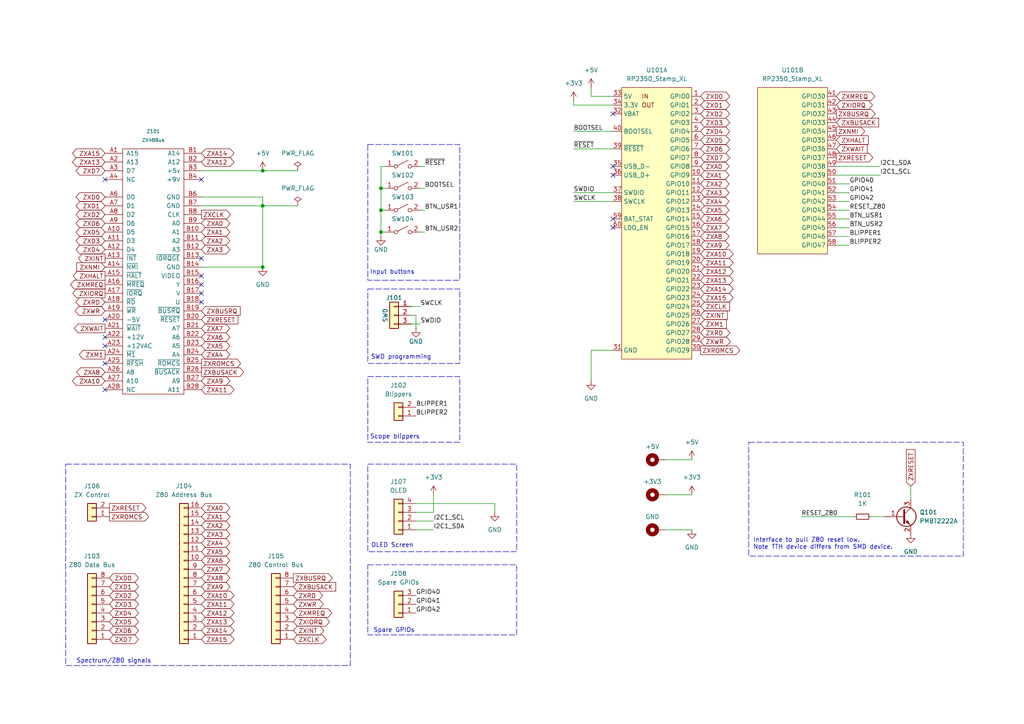
<source format=kicad_sch>
(kicad_sch (version 20231120) (generator "eeschema") (generator_version "8.0")
  (paper "A4")
  (title_block (title "RP2350B Spectrum DMA Interface") (date "2024-11-23"))
  (lib_symbols
    (symbol "Connector_Generic:Conn_01x02" (pin_names (offset 1.016) hide)
      (property "Reference" "J" (at 0 2.54 0))
      (property "Value" "Conn_01x02" (at 0 -5.08 0))
      (symbol "Conn_01x02_1_1"
        (rectangle (start -1.27 -2.413) (end 0 -2.667) (stroke (width 0.1524)))
        (rectangle (start -1.27 0.127) (end 0 -0.127) (stroke (width 0.1524)))
        (rectangle (start -1.27 1.27) (end 1.27 -3.81) (stroke (width 0.254)) (fill (type background)))
        (pin passive line (at -5.08 0 0) (length 3.81) (name "Pin_1") (number "1"))
        (pin passive line (at -5.08 -2.54 0) (length 3.81) (name "Pin_2") (number "2"))
      )
    )
    (symbol "Connector_Generic:Conn_01x03" (pin_names (offset 1.016) hide)
      (property "Reference" "J" (at 0 5.08 0))
      (property "Value" "Conn_01x03" (at 0 -5.08 0))
      (symbol "Conn_01x03_1_1"
        (rectangle (start -1.27 -2.413) (end 0 -2.667) (stroke (width 0.1524)))
        (rectangle (start -1.27 0.127) (end 0 -0.127) (stroke (width 0.1524)))
        (rectangle (start -1.27 2.667) (end 0 2.413) (stroke (width 0.1524)))
        (rectangle (start -1.27 3.81) (end 1.27 -3.81) (stroke (width 0.254)) (fill (type background)))
        (pin passive line (at -5.08 2.54 0) (length 3.81) (name "Pin_1") (number "1"))
        (pin passive line (at -5.08 0 0) (length 3.81) (name "Pin_2") (number "2"))
        (pin passive line (at -5.08 -2.54 0) (length 3.81) (name "Pin_3") (number "3"))
      )
    )
    (symbol "Connector_Generic:Conn_01x04" (pin_names (offset 1.016) hide)
      (property "Reference" "J" (at 0 5.08 0))
      (property "Value" "Conn_01x04" (at 0 -7.62 0))
      (symbol "Conn_01x04_1_1"
        (rectangle (start -1.27 -4.953) (end 0 -5.207) (stroke (width 0.1524)))
        (rectangle (start -1.27 -2.413) (end 0 -2.667) (stroke (width 0.1524)))
        (rectangle (start -1.27 0.127) (end 0 -0.127) (stroke (width 0.1524)))
        (rectangle (start -1.27 2.667) (end 0 2.413) (stroke (width 0.1524)))
        (rectangle (start -1.27 3.81) (end 1.27 -6.35) (stroke (width 0.254)) (fill (type background)))
        (pin passive line (at -5.08 2.54 0) (length 3.81) (name "Pin_1") (number "1"))
        (pin passive line (at -5.08 0 0) (length 3.81) (name "Pin_2") (number "2"))
        (pin passive line (at -5.08 -2.54 0) (length 3.81) (name "Pin_3") (number "3"))
        (pin passive line (at -5.08 -5.08 0) (length 3.81) (name "Pin_4") (number "4"))
      )
    )
    (symbol "Connector_Generic:Conn_01x08" (pin_names (offset 1.016) hide)
      (property "Reference" "J" (at 0 10.16 0))
      (property "Value" "Conn_01x08" (at 0 -12.7 0))
      (symbol "Conn_01x08_1_1"
        (rectangle (start -1.27 -10.033) (end 0 -10.287) (stroke (width 0.1524)))
        (rectangle (start -1.27 -7.493) (end 0 -7.747) (stroke (width 0.1524)))
        (rectangle (start -1.27 -4.953) (end 0 -5.207) (stroke (width 0.1524)))
        (rectangle (start -1.27 -2.413) (end 0 -2.667) (stroke (width 0.1524)))
        (rectangle (start -1.27 0.127) (end 0 -0.127) (stroke (width 0.1524)))
        (rectangle (start -1.27 2.667) (end 0 2.413) (stroke (width 0.1524)))
        (rectangle (start -1.27 5.207) (end 0 4.953) (stroke (width 0.1524)))
        (rectangle (start -1.27 7.747) (end 0 7.493) (stroke (width 0.1524)))
        (rectangle (start -1.27 8.89) (end 1.27 -11.43) (stroke (width 0.254)) (fill (type background)))
        (pin passive line (at -5.08 7.62 0) (length 3.81) (name "Pin_1") (number "1"))
        (pin passive line (at -5.08 5.08 0) (length 3.81) (name "Pin_2") (number "2"))
        (pin passive line (at -5.08 2.54 0) (length 3.81) (name "Pin_3") (number "3"))
        (pin passive line (at -5.08 0 0) (length 3.81) (name "Pin_4") (number "4"))
        (pin passive line (at -5.08 -2.54 0) (length 3.81) (name "Pin_5") (number "5"))
        (pin passive line (at -5.08 -5.08 0) (length 3.81) (name "Pin_6") (number "6"))
        (pin passive line (at -5.08 -7.62 0) (length 3.81) (name "Pin_7") (number "7"))
        (pin passive line (at -5.08 -10.16 0) (length 3.81) (name "Pin_8") (number "8"))
      )
    )
    (symbol "Connector_Generic:Conn_01x16" (pin_names (offset 1.016) hide)
      (property "Reference" "J" (at 0 20.32 0))
      (property "Value" "Conn_01x16" (at 0 -22.86 0))
      (symbol "Conn_01x16_1_1"
        (rectangle (start -1.27 -20.193) (end 0 -20.447) (stroke (width 0.1524)))
        (rectangle (start -1.27 -17.653) (end 0 -17.907) (stroke (width 0.1524)))
        (rectangle (start -1.27 -15.113) (end 0 -15.367) (stroke (width 0.1524)))
        (rectangle (start -1.27 -12.573) (end 0 -12.827) (stroke (width 0.1524)))
        (rectangle (start -1.27 -10.033) (end 0 -10.287) (stroke (width 0.1524)))
        (rectangle (start -1.27 -7.493) (end 0 -7.747) (stroke (width 0.1524)))
        (rectangle (start -1.27 -4.953) (end 0 -5.207) (stroke (width 0.1524)))
        (rectangle (start -1.27 -2.413) (end 0 -2.667) (stroke (width 0.1524)))
        (rectangle (start -1.27 0.127) (end 0 -0.127) (stroke (width 0.1524)))
        (rectangle (start -1.27 2.667) (end 0 2.413) (stroke (width 0.1524)))
        (rectangle (start -1.27 5.207) (end 0 4.953) (stroke (width 0.1524)))
        (rectangle (start -1.27 7.747) (end 0 7.493) (stroke (width 0.1524)))
        (rectangle (start -1.27 10.287) (end 0 10.033) (stroke (width 0.1524)))
        (rectangle (start -1.27 12.827) (end 0 12.573) (stroke (width 0.1524)))
        (rectangle (start -1.27 15.367) (end 0 15.113) (stroke (width 0.1524)))
        (rectangle (start -1.27 17.907) (end 0 17.653) (stroke (width 0.1524)))
        (rectangle (start -1.27 19.05) (end 1.27 -21.59) (stroke (width 0.254)) (fill (type background)))
        (pin passive line (at -5.08 17.78 0) (length 3.81) (name "Pin_1") (number "1"))
        (pin passive line (at -5.08 -5.08 0) (length 3.81) (name "Pin_10") (number "10"))
        (pin passive line (at -5.08 -7.62 0) (length 3.81) (name "Pin_11") (number "11"))
        (pin passive line (at -5.08 -10.16 0) (length 3.81) (name "Pin_12") (number "12"))
        (pin passive line (at -5.08 -12.7 0) (length 3.81) (name "Pin_13") (number "13"))
        (pin passive line (at -5.08 -15.24 0) (length 3.81) (name "Pin_14") (number "14"))
        (pin passive line (at -5.08 -17.78 0) (length 3.81) (name "Pin_15") (number "15"))
        (pin passive line (at -5.08 -20.32 0) (length 3.81) (name "Pin_16") (number "16"))
        (pin passive line (at -5.08 15.24 0) (length 3.81) (name "Pin_2") (number "2"))
        (pin passive line (at -5.08 12.7 0) (length 3.81) (name "Pin_3") (number "3"))
        (pin passive line (at -5.08 10.16 0) (length 3.81) (name "Pin_4") (number "4"))
        (pin passive line (at -5.08 7.62 0) (length 3.81) (name "Pin_5") (number "5"))
        (pin passive line (at -5.08 5.08 0) (length 3.81) (name "Pin_6") (number "6"))
        (pin passive line (at -5.08 2.54 0) (length 3.81) (name "Pin_7") (number "7"))
        (pin passive line (at -5.08 0 0) (length 3.81) (name "Pin_8") (number "8"))
        (pin passive line (at -5.08 -2.54 0) (length 3.81) (name "Pin_9") (number "9"))
      )
    )
    (symbol "Device:R_Small" (pin_numbers hide) (pin_names (offset 0.254) hide)
      (property "Reference" "R" (at 0.762 0.508 0))
      (property "Value" "R_Small" (at 0.762 -1.016 0))
      (symbol "R_Small_0_1"
        (rectangle (start -0.762 1.778) (end 0.762 -1.778) (stroke (width 0.2032)))
      )
      (symbol "R_Small_1_1"
        (pin passive line (at 0 2.54 270) (length 0.762) (name "~") (number "1"))
        (pin passive line (at 0 -2.54 90) (length 0.762) (name "~") (number "2"))
      )
    )
    (symbol "Mechanical:MountingHole_Pad" (pin_numbers hide) (pin_names (offset 1.016) hide) (exclude_from_sim yes) (in_bom no)
      (property "Reference" "H" (at 0 6.35 0))
      (property "Value" "MountingHole_Pad" (at 0 4.445 0))
      (symbol "MountingHole_Pad_0_1"
        (circle (center 0 1.27) (radius 1.27) (stroke (width 1.27)))
      )
      (symbol "MountingHole_Pad_1_1"
        (pin input line (at 0 -2.54 90) (length 2.54) (name "1") (number "1"))
      )
    )
    (symbol "PWR_FLAG_1" (power) (pin_numbers hide) (pin_names (offset 0) hide)
      (property "Value" "PWR_FLAG" (at 0 3.81 0))
      (symbol "PWR_FLAG_1_0_0"
        (pin power_out line (at 0 0 90) (length 0) (name "~") (number "1"))
      )
      (symbol "PWR_FLAG_1_0_1"
        (polyline (pts (xy 0 0) (xy 0 1.27) (xy -1.016 1.905) (xy 0 2.54) (xy 1.016 1.905) (xy 0 1.27)))
      )
    )
    (symbol "Switch:SW_SPST" (pin_names (offset 0) hide)
      (property "Reference" "SW" (at 0 3.175 0))
      (property "Value" "SW_SPST" (at 0 -2.54 0))
      (symbol "SW_SPST_0_0"
        (circle (center -2.032 0) (radius 0.508))
        (polyline (pts (xy -1.524 0.254) (xy 1.524 1.778)))
        (circle (center 2.032 0) (radius 0.508))
      )
      (symbol "SW_SPST_1_1"
        (pin passive line (at -5.08 0 0) (length 2.54) (name "A") (number "1"))
        (pin passive line (at 5.08 0 180) (length 2.54) (name "B") (number "2"))
      )
    )
    (symbol "pmbt2222a:PMBT2222A" (pin_names (offset 0) hide)
      (property "Reference" "Q" (at 5.08 1.905 0))
      (property "Value" "PMBT2222A" (at 5.08 0 0))
      (symbol "PMBT2222A_0_1"
        (polyline (pts (xy 0 0) (xy 0.635 0)))
        (polyline (pts (xy 2.54 -2.54) (xy 0.635 -0.635)))
        (polyline (pts (xy 2.54 2.54) (xy 0.635 0.635)))
        (polyline (pts (xy 0.635 1.905) (xy 0.635 -1.905) (xy 0.635 -1.905)) (stroke (width 0.508)))
        (polyline (pts (xy 2.413 -2.413) (xy 1.905 -1.905) (xy 1.905 -1.905)))
        (polyline (pts (xy 1.143 -1.651) (xy 1.651 -1.143) (xy 2.159 -2.159) (xy 1.143 -1.651) (xy 1.143 -1.651)) (fill (type outline)))
        (circle (center 1.27 0) (radius 2.8194) (stroke (width 0.254)))
      )
      (symbol "PMBT2222A_1_1"
        (pin input line (at -5.08 0 0) (length 5.08) (name "B") (number "1"))
        (pin passive line (at 2.54 -5.08 90) (length 2.54) (name "E") (number "2"))
        (pin passive line (at 2.54 5.08 270) (length 2.54) (name "C") (number "3"))
      )
    )
    (symbol "power:+3V3" (power) (pin_numbers hide) (pin_names (offset 0) hide)
      (property "Value" "+3V3" (at 0 3.556 0))
      (symbol "+3V3_0_1"
        (polyline (pts (xy -0.762 1.27) (xy 0 2.54)))
        (polyline (pts (xy 0 0) (xy 0 2.54)))
        (polyline (pts (xy 0 2.54) (xy 0.762 1.27)))
      )
      (symbol "+3V3_1_1"
        (pin power_in line (at 0 0 90) (length 0) (name "~") (number "1"))
      )
    )
    (symbol "power:+5V" (power) (pin_numbers hide) (pin_names (offset 0) hide)
      (property "Value" "+5V" (at 0 3.556 0))
      (symbol "+5V_0_1"
        (polyline (pts (xy -0.762 1.27) (xy 0 2.54)))
        (polyline (pts (xy 0 0) (xy 0 2.54)))
        (polyline (pts (xy 0 2.54) (xy 0.762 1.27)))
      )
      (symbol "+5V_1_1"
        (pin power_in line (at 0 0 90) (length 0) (name "~") (number "1"))
      )
    )
    (symbol "power:GND" (power) (pin_numbers hide) (pin_names (offset 0) hide)
      (property "Value" "GND" (at 0 -3.81 0))
      (symbol "GND_0_1"
        (polyline (pts (xy 0 0) (xy 0 -1.27) (xy 1.27 -1.27) (xy 0 -2.54) (xy -1.27 -1.27) (xy 0 -1.27)))
      )
      (symbol "GND_1_1"
        (pin power_in line (at 0 0 270) (length 0) (name "~") (number "1"))
      )
    )
    (symbol "power:PWR_FLAG" (power) (pin_numbers hide) (pin_names (offset 0) hide)
      (property "Value" "PWR_FLAG" (at 0 3.81 0))
      (symbol "PWR_FLAG_0_0"
        (pin power_out line (at 0 0 90) (length 0) (name "~") (number "1"))
      )
      (symbol "PWR_FLAG_0_1"
        (polyline (pts (xy 0 0) (xy 0 1.27) (xy -1.016 1.905) (xy 0 2.54) (xy 1.016 1.905) (xy 0 1.27)))
      )
    )
    (symbol "rp2350:RP2350_Stamp_XL"
      (property "Reference" "U" (at 10.16 43.18 0))
      (property "Value" "RP2350_Stamp_XL" (at 0 -38.1 0))
      (symbol "RP2350_Stamp_XL_1_0"
        (text "IN" (at -4.445 39.37 0) (effects (font (size 1.27 1.27)) (justify left)))
        (text "OUT" (at -4.445 36.83 0) (effects (font (size 1.27 1.27)) (justify left)))
        (pin bidirectional line (at 12.7 39.37 180) (length 2.54) (name "GPIO0") (number "1"))
        (pin bidirectional line (at 12.7 16.51 180) (length 2.54) (name "GPIO9") (number "10"))
        (pin bidirectional line (at 12.7 13.97 180) (length 2.54) (name "GPIO10") (number "11"))
        (pin bidirectional line (at 12.7 11.43 180) (length 2.54) (name "GPIO11") (number "12"))
        (pin bidirectional line (at 12.7 8.89 180) (length 2.54) (name "GPIO12") (number "13"))
        (pin bidirectional line (at 12.7 6.35 180) (length 2.54) (name "GPIO13") (number "14"))
        (pin bidirectional line (at 12.7 3.81 180) (length 2.54) (name "GPIO14") (number "15"))
        (pin bidirectional line (at 12.7 1.27 180) (length 2.54) (name "GPIO15") (number "16"))
        (pin bidirectional line (at 12.7 -1.27 180) (length 2.54) (name "GPIO16") (number "17"))
        (pin bidirectional line (at 12.7 -3.81 180) (length 2.54) (name "GPIO17") (number "18"))
        (pin bidirectional line (at 12.7 -6.35 180) (length 2.54) (name "GPIO18") (number "19"))
        (pin bidirectional line (at 12.7 36.83 180) (length 2.54) (name "GPIO1") (number "2"))
        (pin bidirectional line (at 12.7 -8.89 180) (length 2.54) (name "GPIO19") (number "20"))
        (pin bidirectional line (at 12.7 -11.43 180) (length 2.54) (name "GPIO20") (number "21"))
        (pin bidirectional line (at 12.7 -13.97 180) (length 2.54) (name "GPIO21") (number "22"))
        (pin bidirectional line (at 12.7 -16.51 180) (length 2.54) (name "GPIO22") (number "23"))
        (pin bidirectional line (at 12.7 -19.05 180) (length 2.54) (name "GPIO23") (number "24"))
        (pin bidirectional line (at 12.7 -21.59 180) (length 2.54) (name "GPIO24") (number "25"))
        (pin bidirectional line (at 12.7 -24.13 180) (length 2.54) (name "GPIO25") (number "26"))
        (pin bidirectional line (at 12.7 -26.67 180) (length 2.54) (name "GPIO26") (number "27"))
        (pin bidirectional line (at 12.7 -29.21 180) (length 2.54) (name "GPIO27") (number "28"))
        (pin bidirectional line (at 12.7 -31.75 180) (length 2.54) (name "GPIO28") (number "29"))
        (pin bidirectional line (at 12.7 34.29 180) (length 2.54) (name "GPIO2") (number "3"))
        (pin bidirectional line (at 12.7 -34.29 180) (length 2.54) (name "GPIO29") (number "30"))
        (pin power_in line (at -12.7 -34.29 0) (length 2.54) (name "GND") (number "31"))
        (pin power_in line (at -12.7 34.29 0) (length 2.54) (name "VBAT") (number "32"))
        (pin power_in line (at -12.7 39.37 0) (length 2.54) (name "5V") (number "33"))
        (pin power_out line (at -12.7 36.83 0) (length 2.54) (name "3.3V") (number "34"))
        (pin bidirectional line (at -12.7 19.05 0) (length 2.54) (name "USB_D-") (number "35"))
        (pin bidirectional line (at -12.7 16.51 0) (length 2.54) (name "USB_D+") (number "36"))
        (pin bidirectional line (at -12.7 11.43 0) (length 2.54) (name "SWDIO") (number "37"))
        (pin input line (at -12.7 8.89 0) (length 2.54) (name "SWCLK") (number "38"))
        (pin bidirectional line (at -12.7 24.13 0) (length 2.54) (name "~{RESET}") (number "39"))
        (pin bidirectional line (at 12.7 31.75 180) (length 2.54) (name "GPIO3") (number "4"))
        (pin input line (at -12.7 29.21 0) (length 2.54) (name "BOOTSEL") (number "40"))
        (pin bidirectional line (at 12.7 29.21 180) (length 2.54) (name "GPIO4") (number "5"))
        (pin output line (at -12.7 3.81 0) (length 2.54) (name "BAT_STAT") (number "59"))
        (pin bidirectional line (at 12.7 26.67 180) (length 2.54) (name "GPIO5") (number "6"))
        (pin input line (at -12.7 1.27 0) (length 2.54) (name "LDO_EN") (number "60"))
        (pin bidirectional line (at 12.7 24.13 180) (length 2.54) (name "GPIO6") (number "7"))
        (pin bidirectional line (at 12.7 21.59 180) (length 2.54) (name "GPIO7") (number "8"))
        (pin bidirectional line (at 12.7 19.05 180) (length 2.54) (name "GPIO8") (number "9"))
      )
      (symbol "RP2350_Stamp_XL_1_1"
        (rectangle (start -10.16 41.91) (end 10.16 -36.83) (stroke (width 0.1524)) (fill (type background)))
      )
      (symbol "RP2350_Stamp_XL_2_0"
        (pin bidirectional line (at 12.7 24.13 180) (length 2.54) (name "GPIO30") (number "41"))
        (pin bidirectional line (at 12.7 21.59 180) (length 2.54) (name "GPIO31") (number "42"))
        (pin bidirectional line (at 12.7 19.05 180) (length 2.54) (name "GPIO32") (number "43"))
        (pin bidirectional line (at 12.7 16.51 180) (length 2.54) (name "GPIO33") (number "44"))
        (pin bidirectional line (at 12.7 13.97 180) (length 2.54) (name "GPIO34") (number "45"))
        (pin bidirectional line (at 12.7 11.43 180) (length 2.54) (name "GPIO35") (number "46"))
        (pin bidirectional line (at 12.7 8.89 180) (length 2.54) (name "GPIO36") (number "47"))
        (pin bidirectional line (at 12.7 6.35 180) (length 2.54) (name "GPIO37") (number "48"))
        (pin bidirectional line (at 12.7 3.81 180) (length 2.54) (name "GPIO38") (number "49"))
        (pin bidirectional line (at 12.7 1.27 180) (length 2.54) (name "GPIO39") (number "50"))
        (pin bidirectional line (at 12.7 -1.27 180) (length 2.54) (name "GPIO40") (number "51"))
        (pin bidirectional line (at 12.7 -3.81 180) (length 2.54) (name "GPIO41") (number "52"))
        (pin bidirectional line (at 12.7 -6.35 180) (length 2.54) (name "GPIO42") (number "53"))
        (pin bidirectional line (at 12.7 -8.89 180) (length 2.54) (name "GPIO43") (number "54"))
        (pin bidirectional line (at 12.7 -11.43 180) (length 2.54) (name "GPIO44") (number "55"))
        (pin bidirectional line (at 12.7 -13.97 180) (length 2.54) (name "GPIO45") (number "56"))
        (pin bidirectional line (at 12.7 -16.51 180) (length 2.54) (name "GPIO46") (number "57"))
        (pin bidirectional line (at 12.7 -19.05 180) (length 2.54) (name "GPIO47") (number "58"))
      )
      (symbol "RP2350_Stamp_XL_2_1"
        (rectangle (start -10.16 26.67) (end 10.16 -21.59) (stroke (width 0.1524)) (fill (type background)))
      )
    )
    (symbol "zxbus:ZX48Bus" (pin_names (offset 1.016))
      (property "Reference" "Z" (at 0 83.82 0))
      (property "Value" "ZX48Bus" (at 0 86.36 0))
      (symbol "ZX48Bus_0_0"
        (rectangle (start 0 82.55) (end 17.78 11.43))
      )
      (symbol "ZX48Bus_1_1"
        (pin input line (at -5.08 81.28 0) (length 5.08) (name "A15") (number "A1"))
        (pin input line (at -5.08 58.42 0) (length 5.08) (name "D5") (number "A10"))
        (pin input line (at -5.08 55.88 0) (length 5.08) (name "D3") (number "A11"))
        (pin input line (at -5.08 53.34 0) (length 5.08) (name "D4") (number "A12"))
        (pin input line (at -5.08 50.8 0) (length 5.08) (name "~{INT}") (number "A13"))
        (pin input line (at -5.08 48.26 0) (length 5.08) (name "~{NMI}") (number "A14"))
        (pin input line (at -5.08 45.72 0) (length 5.08) (name "~{HALT}") (number "A15"))
        (pin input line (at -5.08 43.18 0) (length 5.08) (name "~{MREQ}") (number "A16"))
        (pin input line (at -5.08 40.64 0) (length 5.08) (name "~{IORQ}") (number "A17"))
        (pin input line (at -5.08 38.1 0) (length 5.08) (name "~{RD}") (number "A18"))
        (pin input line (at -5.08 35.56 0) (length 5.08) (name "~{WR}") (number "A19"))
        (pin input line (at -5.08 78.74 0) (length 5.08) (name "A13") (number "A2"))
        (pin input line (at -5.08 33.02 0) (length 5.08) (name "-5V") (number "A20"))
        (pin input line (at -5.08 30.48 0) (length 5.08) (name "~{WAIT}") (number "A21"))
        (pin input line (at -5.08 27.94 0) (length 5.08) (name "+12V") (number "A22"))
        (pin input line (at -5.08 25.4 0) (length 5.08) (name "+12VAC") (number "A23"))
        (pin input line (at -5.08 22.86 0) (length 5.08) (name "~{M1}") (number "A24"))
        (pin input line (at -5.08 20.32 0) (length 5.08) (name "~{RFSH}") (number "A25"))
        (pin input line (at -5.08 17.78 0) (length 5.08) (name "A8") (number "A26"))
        (pin input line (at -5.08 15.24 0) (length 5.08) (name "A10") (number "A27"))
        (pin input line (at -5.08 12.7 0) (length 5.08) (name "NC") (number "A28"))
        (pin input line (at -5.08 76.2 0) (length 5.08) (name "D7") (number "A3"))
        (pin input line (at -5.08 73.66 0) (length 5.08) (name "NC") (number "A4"))
        (pin input line (at -5.08 68.58 0) (length 5.08) (name "D0") (number "A6"))
        (pin input line (at -5.08 66.04 0) (length 5.08) (name "D1") (number "A7"))
        (pin input line (at -5.08 63.5 0) (length 5.08) (name "D2") (number "A8"))
        (pin input line (at -5.08 60.96 0) (length 5.08) (name "D6") (number "A9"))
        (pin input line (at 22.86 81.28 180) (length 5.08) (name "A14") (number "B1"))
        (pin input line (at 22.86 58.42 180) (length 5.08) (name "A1") (number "B10"))
        (pin input line (at 22.86 55.88 180) (length 5.08) (name "A2") (number "B11"))
        (pin input line (at 22.86 53.34 180) (length 5.08) (name "A3") (number "B12"))
        (pin input line (at 22.86 50.8 180) (length 5.08) (name "~{IORQGE}") (number "B13"))
        (pin input line (at 22.86 48.26 180) (length 5.08) (name "GND") (number "B14"))
        (pin input line (at 22.86 45.72 180) (length 5.08) (name "VIDEO") (number "B15"))
        (pin input line (at 22.86 43.18 180) (length 5.08) (name "Y") (number "B16"))
        (pin input line (at 22.86 40.64 180) (length 5.08) (name "V") (number "B17"))
        (pin input line (at 22.86 38.1 180) (length 5.08) (name "U") (number "B18"))
        (pin input line (at 22.86 35.56 180) (length 5.08) (name "~{BUSRQ}") (number "B19"))
        (pin input line (at 22.86 78.74 180) (length 5.08) (name "A12") (number "B2"))
        (pin input line (at 22.86 33.02 180) (length 5.08) (name "~{RESET}") (number "B20"))
        (pin input line (at 22.86 30.48 180) (length 5.08) (name "A7") (number "B21"))
        (pin input line (at 22.86 27.94 180) (length 5.08) (name "A6") (number "B22"))
        (pin input line (at 22.86 25.4 180) (length 5.08) (name "A5") (number "B23"))
        (pin input line (at 22.86 22.86 180) (length 5.08) (name "A4") (number "B24"))
        (pin input line (at 22.86 20.32 180) (length 5.08) (name "~{ROMCS}") (number "B25"))
        (pin input line (at 22.86 17.78 180) (length 5.08) (name "~{BUSACK}") (number "B26"))
        (pin input line (at 22.86 15.24 180) (length 5.08) (name "A9") (number "B27"))
        (pin input line (at 22.86 12.7 180) (length 5.08) (name "A11") (number "B28"))
        (pin input line (at 22.86 76.2 180) (length 5.08) (name "+5v") (number "B3"))
        (pin input line (at 22.86 73.66 180) (length 5.08) (name "+9V") (number "B4"))
        (pin input line (at 22.86 68.58 180) (length 5.08) (name "GND") (number "B6"))
        (pin input line (at 22.86 66.04 180) (length 5.08) (name "GND") (number "B7"))
        (pin input line (at 22.86 63.5 180) (length 5.08) (name "CLK") (number "B8"))
        (pin input line (at 22.86 60.96 180) (length 5.08) (name "A0") (number "B9"))
      )
    )
  )
  (junction (at 76.2 77.47))
  (junction (at 76.2 59.69))
  (junction (at 110.49 54.61))
  (junction (at 110.49 67.31))
  (junction (at 110.49 60.96))
  (junction (at 76.2 49.53))
  (no_connect (at 58.42 52.07))
  (no_connect (at 58.42 74.93))
  (no_connect (at 177.8 63.5))
  (no_connect (at 58.42 87.63))
  (no_connect (at 58.42 80.01))
  (no_connect (at 30.48 92.71))
  (no_connect (at 30.48 105.41))
  (no_connect (at 30.48 97.79))
  (no_connect (at 177.8 50.8))
  (no_connect (at 177.8 33.02))
  (no_connect (at 58.42 85.09))
  (no_connect (at 30.48 113.03))
  (no_connect (at 177.8 48.26))
  (no_connect (at 58.42 82.55))
  (no_connect (at 177.8 66.04))
  (no_connect (at 30.48 100.33))
  (no_connect (at 30.48 52.07))
  (wire (pts (xy 121.92 60.96) (xy 123.19 60.96)))
  (wire (pts (xy 110.49 60.96) (xy 110.49 67.31)))
  (wire (pts (xy 242.57 58.42) (xy 246.38 58.42)))
  (wire (pts (xy 111.76 48.26) (xy 110.49 48.26)))
  (wire (pts (xy 125.73 148.59) (xy 120.65 148.59)))
  (wire (pts (xy 111.76 67.31) (xy 110.49 67.31)))
  (wire (pts (xy 242.57 68.58) (xy 246.38 68.58)))
  (wire (pts (xy 264.16 140.97) (xy 264.16 144.78)))
  (wire (pts (xy 76.2 57.15) (xy 76.2 59.69)))
  (wire (pts (xy 58.42 49.53) (xy 76.2 49.53)))
  (wire (pts (xy 110.49 48.26) (xy 110.49 54.61)))
  (wire (pts (xy 193.04 143.51) (xy 200.66 143.51)))
  (wire (pts (xy 119.38 91.44) (xy 120.65 91.44)))
  (wire (pts (xy 171.45 110.49) (xy 171.45 101.6)))
  (wire (pts (xy 242.57 55.88) (xy 246.38 55.88)))
  (wire (pts (xy 166.37 29.21) (xy 166.37 30.48)))
  (wire (pts (xy 242.57 48.26) (xy 255.27 48.26)))
  (wire (pts (xy 242.57 50.8) (xy 255.27 50.8)))
  (wire (pts (xy 110.49 68.58) (xy 110.49 67.31)))
  (wire (pts (xy 111.76 60.96) (xy 110.49 60.96)))
  (wire (pts (xy 76.2 59.69) (xy 76.2 77.47)))
  (wire (pts (xy 111.76 54.61) (xy 110.49 54.61)))
  (wire (pts (xy 242.57 71.12) (xy 246.38 71.12)))
  (wire (pts (xy 58.42 57.15) (xy 76.2 57.15)))
  (wire (pts (xy 121.92 67.31) (xy 123.19 67.31)))
  (wire (pts (xy 171.45 101.6) (xy 177.8 101.6)))
  (wire (pts (xy 166.37 38.1) (xy 177.8 38.1)))
  (wire (pts (xy 119.38 93.98) (xy 121.92 93.98)))
  (wire (pts (xy 252.73 149.86) (xy 256.54 149.86)))
  (wire (pts (xy 119.38 88.9) (xy 121.92 88.9)))
  (wire (pts (xy 120.65 146.05) (xy 143.51 146.05)))
  (wire (pts (xy 171.45 25.4) (xy 171.45 27.94)))
  (wire (pts (xy 120.65 153.67) (xy 125.73 153.67)))
  (wire (pts (xy 121.92 54.61) (xy 123.19 54.61)))
  (wire (pts (xy 171.45 27.94) (xy 177.8 27.94)))
  (wire (pts (xy 242.57 53.34) (xy 246.38 53.34)))
  (wire (pts (xy 125.73 143.51) (xy 125.73 148.59)))
  (wire (pts (xy 58.42 77.47) (xy 76.2 77.47)))
  (wire (pts (xy 232.41 149.86) (xy 247.65 149.86)))
  (wire (pts (xy 166.37 55.88) (xy 177.8 55.88)))
  (wire (pts (xy 121.92 48.26) (xy 123.19 48.26)))
  (wire (pts (xy 193.04 133.35) (xy 200.66 133.35)))
  (wire (pts (xy 58.42 59.69) (xy 76.2 59.69)))
  (wire (pts (xy 120.65 91.44) (xy 120.65 95.25)))
  (wire (pts (xy 166.37 58.42) (xy 177.8 58.42)))
  (wire (pts (xy 166.37 43.18) (xy 177.8 43.18)))
  (wire (pts (xy 143.51 146.05) (xy 143.51 148.59)))
  (wire (pts (xy 166.37 30.48) (xy 177.8 30.48)))
  (wire (pts (xy 242.57 63.5) (xy 246.38 63.5)))
  (wire (pts (xy 76.2 49.53) (xy 86.36 49.53)))
  (wire (pts (xy 242.57 60.96) (xy 246.38 60.96)))
  (wire (pts (xy 120.65 151.13) (xy 125.73 151.13)))
  (wire (pts (xy 76.2 59.69) (xy 86.36 59.69)))
  (wire (pts (xy 242.57 66.04) (xy 246.38 66.04)))
  (wire (pts (xy 110.49 54.61) (xy 110.49 60.96)))
  (wire (pts (xy 193.04 153.67) (xy 200.66 153.67)))
  (rectangle (start 106.68 134.62) (end 149.86 160.02) (stroke (width 0) (type dash)))
  (rectangle (start 106.68 109.22) (end 133.35 128.27) (stroke (width 0) (type dash)))
  (rectangle (start 106.68 41.91) (end 133.35 81.28) (stroke (width 0) (type dash)))
  (rectangle (start 19.05 134.62) (end 101.6 193.04) (stroke (width 0) (type dash)))
  (rectangle (start 106.68 83.82) (end 133.35 105.41) (stroke (width 0) (type dash)))
  (rectangle (start 106.68 163.83) (end 149.86 184.15) (stroke (width 0) (type dash)))
  (rectangle (start 217.17 128.27) (end 279.4 161.29) (stroke (width 0) (type dash)))
  (text "Input buttons" (at 113.792 78.994 0) (effects (font (size 1.27 1.27))))
  (text "Spare GPIOs" (at 114.3 182.88 0) (effects (font (size 1.27 1.27))))
  (text "Interface to pull Z80 reset low.\nNote TTH device differs from SMD device." (at 218.44 159.512 0) (effects (font (size 1.27 1.27)) (justify left bottom)))
  (text "Scope blippers" (at 114.554 126.746 0) (effects (font (size 1.27 1.27))))
  (text "OLED Screen" (at 113.792 158.242 0) (effects (font (size 1.27 1.27))))
  (text "SWD programming" (at 116.332 103.632 0) (effects (font (size 1.27 1.27))))
  (text "Spectrum/Z80 signals" (at 33.02 191.77 0) (effects (font (size 1.27 1.27))))
  (label "GPIO42" (at 246.38 58.42 0))
  (label "I2C1_SDA" (at 255.27 48.26 0))
  (label "BOOTSEL" (at 123.19 54.61 0))
  (label "~{RESET}" (at 166.37 43.18 0))
  (label "BLIPPER2" (at 246.38 71.12 0))
  (label "GPIO40" (at 120.65 172.72 0))
  (label "GPIO40" (at 246.38 53.34 0))
  (label "GPIO41" (at 120.65 175.26 0))
  (label "GPIO42" (at 120.65 177.8 0))
  (label "I2C1_SDA" (at 125.73 153.67 0))
  (label "SWCLK" (at 121.92 88.9 0))
  (label "BLIPPER1" (at 246.38 68.58 0))
  (label "BLIPPER1" (at 120.65 118.11 0))
  (label "BOOTSEL" (at 166.37 38.1 0))
  (label "RESET_Z80" (at 232.41 149.86 0))
  (label "RESET_Z80" (at 246.38 60.96 0))
  (label "GPIO41" (at 246.38 55.88 0))
  (label "SWDIO" (at 166.37 55.88 0))
  (label "I2C1_SCL" (at 255.27 50.8 0))
  (label "BLIPPER2" (at 120.65 120.65 0))
  (label "BTN_USR1" (at 123.19 60.96 0))
  (label "SWDIO" (at 121.92 93.98 0))
  (label "SWCLK" (at 166.37 58.42 0))
  (label "BTN_USR2" (at 246.38 66.04 0))
  (label "~{RESET}" (at 123.19 48.26 0))
  (label "BTN_USR2" (at 123.19 67.31 0))
  (label "BTN_USR1" (at 246.38 63.5 0))
  (label "I2C1_SCL" (at 125.73 151.13 0))
  (global_label "ZXA12" (shape bidirectional) (at 203.2 78.74 0) (property "Intersheetrefs" "${INTERSHEET_REFS}" (effects (hide yes))))
  (global_label "ZXIORQ" (shape bidirectional) (at 85.09 180.34 0) (property "Intersheetrefs" "${INTERSHEET_REFS}" (effects (hide yes))))
  (global_label "ZXBUSRQ" (shape output) (at 242.57 33.02 0) (property "Intersheetrefs" "${INTERSHEET_REFS}" (effects (hide yes))))
  (global_label "ZXBUSRQ" (shape output) (at 85.09 167.64 0) (property "Intersheetrefs" "${INTERSHEET_REFS}" (effects (hide yes))))
  (global_label "ZXINT" (shape output) (at 30.48 74.93 180) (property "Intersheetrefs" "${INTERSHEET_REFS}" (effects (hide yes))))
  (global_label "ZXBUSACK" (shape input) (at 85.09 170.18 0) (property "Intersheetrefs" "${INTERSHEET_REFS}" (effects (hide yes))))
  (global_label "ZXA13" (shape bidirectional) (at 203.2 81.28 0) (property "Intersheetrefs" "${INTERSHEET_REFS}" (effects (hide yes))))
  (global_label "ZXA9" (shape bidirectional) (at 203.2 71.12 0) (property "Intersheetrefs" "${INTERSHEET_REFS}" (effects (hide yes))))
  (global_label "ZXA5" (shape bidirectional) (at 58.42 160.02 0) (property "Intersheetrefs" "${INTERSHEET_REFS}" (effects (hide yes))))
  (global_label "ZXA10" (shape bidirectional) (at 203.2 73.66 0) (property "Intersheetrefs" "${INTERSHEET_REFS}" (effects (hide yes))))
  (global_label "ZXA12" (shape bidirectional) (at 58.42 46.99 0) (property "Intersheetrefs" "${INTERSHEET_REFS}" (effects (hide yes))))
  (global_label "ZXD0" (shape bidirectional) (at 203.2 27.94 0) (property "Intersheetrefs" "${INTERSHEET_REFS}" (effects (hide yes))))
  (global_label "ZXA3" (shape bidirectional) (at 203.2 55.88 0) (property "Intersheetrefs" "${INTERSHEET_REFS}" (effects (hide yes))))
  (global_label "ZXCLK" (shape bidirectional) (at 85.09 185.42 0) (property "Intersheetrefs" "${INTERSHEET_REFS}" (effects (hide yes))))
  (global_label "ZXNMI" (shape input) (at 30.48 77.47 180) (property "Intersheetrefs" "${INTERSHEET_REFS}" (effects (hide yes))))
  (global_label "ZXA4" (shape bidirectional) (at 58.42 157.48 0) (property "Intersheetrefs" "${INTERSHEET_REFS}" (effects (hide yes))))
  (global_label "ZXD5" (shape bidirectional) (at 30.48 67.31 180) (property "Intersheetrefs" "${INTERSHEET_REFS}" (effects (hide yes))))
  (global_label "ZXRESET" (shape input) (at 264.16 140.97 90) (property "Intersheetrefs" "${INTERSHEET_REFS}" (effects (hide yes))))
  (global_label "ZXRESET" (shape output) (at 242.57 45.72 0) (property "Intersheetrefs" "${INTERSHEET_REFS}" (effects (hide yes))))
  (global_label "ZXA4" (shape bidirectional) (at 58.42 102.87 0) (property "Intersheetrefs" "${INTERSHEET_REFS}" (effects (hide yes))))
  (global_label "ZXA9" (shape bidirectional) (at 58.42 110.49 0) (property "Intersheetrefs" "${INTERSHEET_REFS}" (effects (hide yes))))
  (global_label "ZXMREQ" (shape output) (at 30.48 82.55 180) (property "Intersheetrefs" "${INTERSHEET_REFS}" (effects (hide yes))))
  (global_label "ZXWR" (shape bidirectional) (at 203.2 99.06 0) (property "Intersheetrefs" "${INTERSHEET_REFS}" (effects (hide yes))))
  (global_label "ZXA11" (shape bidirectional) (at 58.42 113.03 0) (property "Intersheetrefs" "${INTERSHEET_REFS}" (effects (hide yes))))
  (global_label "ZXA4" (shape bidirectional) (at 203.2 58.42 0) (property "Intersheetrefs" "${INTERSHEET_REFS}" (effects (hide yes))))
  (global_label "ZXA2" (shape bidirectional) (at 58.42 69.85 0) (property "Intersheetrefs" "${INTERSHEET_REFS}" (effects (hide yes))))
  (global_label "ZXMREQ" (shape bidirectional) (at 85.09 177.8 0) (property "Intersheetrefs" "${INTERSHEET_REFS}" (effects (hide yes))))
  (global_label "ZXA12" (shape bidirectional) (at 58.42 177.8 0) (property "Intersheetrefs" "${INTERSHEET_REFS}" (effects (hide yes))))
  (global_label "ZXA7" (shape bidirectional) (at 58.42 95.25 0) (property "Intersheetrefs" "${INTERSHEET_REFS}" (effects (hide yes))))
  (global_label "ZXA8" (shape bidirectional) (at 30.48 107.95 180) (property "Intersheetrefs" "${INTERSHEET_REFS}" (effects (hide yes))))
  (global_label "ZXA13" (shape bidirectional) (at 30.48 46.99 180) (property "Intersheetrefs" "${INTERSHEET_REFS}" (effects (hide yes))))
  (global_label "ZXCLK" (shape input) (at 203.2 88.9 0) (property "Intersheetrefs" "${INTERSHEET_REFS}" (effects (hide yes))))
  (global_label "ZXD4" (shape bidirectional) (at 30.48 72.39 180) (property "Intersheetrefs" "${INTERSHEET_REFS}" (effects (hide yes))))
  (global_label "ZXA1" (shape bidirectional) (at 58.42 67.31 0) (property "Intersheetrefs" "${INTERSHEET_REFS}" (effects (hide yes))))
  (global_label "ZXA11" (shape bidirectional) (at 58.42 175.26 0) (property "Intersheetrefs" "${INTERSHEET_REFS}" (effects (hide yes))))
  (global_label "ZXMREQ" (shape bidirectional) (at 242.57 27.94 0) (property "Intersheetrefs" "${INTERSHEET_REFS}" (effects (hide yes))))
  (global_label "ZXD3" (shape bidirectional) (at 30.48 69.85 180) (property "Intersheetrefs" "${INTERSHEET_REFS}" (effects (hide yes))))
  (global_label "ZXA5" (shape bidirectional) (at 203.2 60.96 0) (property "Intersheetrefs" "${INTERSHEET_REFS}" (effects (hide yes))))
  (global_label "ZXA10" (shape bidirectional) (at 30.48 110.49 180) (property "Intersheetrefs" "${INTERSHEET_REFS}" (effects (hide yes))))
  (global_label "ZXD2" (shape bidirectional) (at 30.48 62.23 180) (property "Intersheetrefs" "${INTERSHEET_REFS}" (effects (hide yes))))
  (global_label "ZXA7" (shape bidirectional) (at 58.42 165.1 0) (property "Intersheetrefs" "${INTERSHEET_REFS}" (effects (hide yes))))
  (global_label "ZXBUSRQ" (shape input) (at 58.42 90.17 0) (property "Intersheetrefs" "${INTERSHEET_REFS}" (effects (hide yes))))
  (global_label "ZXA15" (shape bidirectional) (at 203.2 86.36 0) (property "Intersheetrefs" "${INTERSHEET_REFS}" (effects (hide yes))))
  (global_label "ZXA3" (shape bidirectional) (at 58.42 72.39 0) (property "Intersheetrefs" "${INTERSHEET_REFS}" (effects (hide yes))))
  (global_label "ZXROMCS" (shape output) (at 58.42 105.41 0) (property "Intersheetrefs" "${INTERSHEET_REFS}" (effects (hide yes))))
  (global_label "ZXIORQ" (shape bidirectional) (at 242.57 30.48 0) (property "Intersheetrefs" "${INTERSHEET_REFS}" (effects (hide yes))))
  (global_label "ZXRD" (shape bidirectional) (at 203.2 96.52 0) (property "Intersheetrefs" "${INTERSHEET_REFS}" (effects (hide yes))))
  (global_label "ZXD3" (shape bidirectional) (at 203.2 35.56 0) (property "Intersheetrefs" "${INTERSHEET_REFS}" (effects (hide yes))))
  (global_label "ZXA6" (shape bidirectional) (at 58.42 97.79 0) (property "Intersheetrefs" "${INTERSHEET_REFS}" (effects (hide yes))))
  (global_label "ZXIORQ" (shape output) (at 30.48 85.09 180) (property "Intersheetrefs" "${INTERSHEET_REFS}" (effects (hide yes))))
  (global_label "ZXWAIT" (shape input) (at 242.57 43.18 0) (property "Intersheetrefs" "${INTERSHEET_REFS}" (effects (hide yes))))
  (global_label "ZXA14" (shape bidirectional) (at 203.2 83.82 0) (property "Intersheetrefs" "${INTERSHEET_REFS}" (effects (hide yes))))
  (global_label "ZXD4" (shape bidirectional) (at 203.2 38.1 0) (property "Intersheetrefs" "${INTERSHEET_REFS}" (effects (hide yes))))
  (global_label "ZXD6" (shape bidirectional) (at 30.48 64.77 180) (property "Intersheetrefs" "${INTERSHEET_REFS}" (effects (hide yes))))
  (global_label "ZXA1" (shape bidirectional) (at 58.42 149.86 0) (property "Intersheetrefs" "${INTERSHEET_REFS}" (effects (hide yes))))
  (global_label "ZXRESET" (shape input) (at 58.42 92.71 0) (property "Intersheetrefs" "${INTERSHEET_REFS}" (effects (hide yes))))
  (global_label "ZXD7" (shape bidirectional) (at 31.75 185.42 0) (property "Intersheetrefs" "${INTERSHEET_REFS}" (effects (hide yes))))
  (global_label "ZXA2" (shape bidirectional) (at 203.2 53.34 0) (property "Intersheetrefs" "${INTERSHEET_REFS}" (effects (hide yes))))
  (global_label "ZXM1" (shape output) (at 30.48 102.87 180) (property "Intersheetrefs" "${INTERSHEET_REFS}" (effects (hide yes))))
  (global_label "ZXROMCS" (shape output) (at 31.75 149.86 0) (property "Intersheetrefs" "${INTERSHEET_REFS}" (effects (hide yes))))
  (global_label "ZXA14" (shape bidirectional) (at 58.42 182.88 0) (property "Intersheetrefs" "${INTERSHEET_REFS}" (effects (hide yes))))
  (global_label "ZXD4" (shape bidirectional) (at 31.75 177.8 0) (property "Intersheetrefs" "${INTERSHEET_REFS}" (effects (hide yes))))
  (global_label "ZXRD" (shape bidirectional) (at 85.09 172.72 0) (property "Intersheetrefs" "${INTERSHEET_REFS}" (effects (hide yes))))
  (global_label "ZXCLK" (shape output) (at 58.42 62.23 0) (property "Intersheetrefs" "${INTERSHEET_REFS}" (effects (hide yes))))
  (global_label "ZXA13" (shape bidirectional) (at 58.42 180.34 0) (property "Intersheetrefs" "${INTERSHEET_REFS}" (effects (hide yes))))
  (global_label "ZXWAIT" (shape output) (at 30.48 95.25 180) (property "Intersheetrefs" "${INTERSHEET_REFS}" (effects (hide yes))))
  (global_label "ZXA1" (shape bidirectional) (at 203.2 50.8 0) (property "Intersheetrefs" "${INTERSHEET_REFS}" (effects (hide yes))))
  (global_label "ZXHALT" (shape input) (at 242.57 40.64 0) (property "Intersheetrefs" "${INTERSHEET_REFS}" (effects (hide yes))))
  (global_label "ZXA5" (shape bidirectional) (at 58.42 100.33 0) (property "Intersheetrefs" "${INTERSHEET_REFS}" (effects (hide yes))))
  (global_label "ZXA6" (shape bidirectional) (at 58.42 162.56 0) (property "Intersheetrefs" "${INTERSHEET_REFS}" (effects (hide yes))))
  (global_label "ZXA2" (shape bidirectional) (at 58.42 152.4 0) (property "Intersheetrefs" "${INTERSHEET_REFS}" (effects (hide yes))))
  (global_label "ZXA7" (shape bidirectional) (at 203.2 66.04 0) (property "Intersheetrefs" "${INTERSHEET_REFS}" (effects (hide yes))))
  (global_label "ZXM1" (shape input) (at 203.2 93.98 0) (property "Intersheetrefs" "${INTERSHEET_REFS}" (effects (hide yes))))
  (global_label "ZXA0" (shape bidirectional) (at 58.42 147.32 0) (property "Intersheetrefs" "${INTERSHEET_REFS}" (effects (hide yes))))
  (global_label "ZXA8" (shape bidirectional) (at 58.42 167.64 0) (property "Intersheetrefs" "${INTERSHEET_REFS}" (effects (hide yes))))
  (global_label "ZXINT" (shape input) (at 203.2 91.44 0) (property "Intersheetrefs" "${INTERSHEET_REFS}" (effects (hide yes))))
  (global_label "ZXD0" (shape bidirectional) (at 31.75 167.64 0) (property "Intersheetrefs" "${INTERSHEET_REFS}" (effects (hide yes))))
  (global_label "ZXROMCS" (shape output) (at 203.2 101.6 0) (property "Intersheetrefs" "${INTERSHEET_REFS}" (effects (hide yes))))
  (global_label "ZXNMI" (shape output) (at 242.57 38.1 0) (property "Intersheetrefs" "${INTERSHEET_REFS}" (effects (hide yes))))
  (global_label "ZXD2" (shape bidirectional) (at 203.2 33.02 0) (property "Intersheetrefs" "${INTERSHEET_REFS}" (effects (hide yes))))
  (global_label "ZXA8" (shape bidirectional) (at 203.2 68.58 0) (property "Intersheetrefs" "${INTERSHEET_REFS}" (effects (hide yes))))
  (global_label "ZXD5" (shape bidirectional) (at 203.2 40.64 0) (property "Intersheetrefs" "${INTERSHEET_REFS}" (effects (hide yes))))
  (global_label "ZXD7" (shape bidirectional) (at 203.2 45.72 0) (property "Intersheetrefs" "${INTERSHEET_REFS}" (effects (hide yes))))
  (global_label "ZXWR" (shape bidirectional) (at 85.09 175.26 0) (property "Intersheetrefs" "${INTERSHEET_REFS}" (effects (hide yes))))
  (global_label "ZXBUSACK" (shape input) (at 242.57 35.56 0) (property "Intersheetrefs" "${INTERSHEET_REFS}" (effects (hide yes))))
  (global_label "ZXA14" (shape bidirectional) (at 58.42 44.45 0) (property "Intersheetrefs" "${INTERSHEET_REFS}" (effects (hide yes))))
  (global_label "ZXD1" (shape bidirectional) (at 31.75 170.18 0) (property "Intersheetrefs" "${INTERSHEET_REFS}" (effects (hide yes))))
  (global_label "ZXA0" (shape bidirectional) (at 203.2 48.26 0) (property "Intersheetrefs" "${INTERSHEET_REFS}" (effects (hide yes))))
  (global_label "ZXA6" (shape bidirectional) (at 203.2 63.5 0) (property "Intersheetrefs" "${INTERSHEET_REFS}" (effects (hide yes))))
  (global_label "ZXD1" (shape bidirectional) (at 30.48 59.69 180) (property "Intersheetrefs" "${INTERSHEET_REFS}" (effects (hide yes))))
  (global_label "ZXA11" (shape bidirectional) (at 203.2 76.2 0) (property "Intersheetrefs" "${INTERSHEET_REFS}" (effects (hide yes))))
  (global_label "ZXD3" (shape bidirectional) (at 31.75 175.26 0) (property "Intersheetrefs" "${INTERSHEET_REFS}" (effects (hide yes))))
  (global_label "ZXD6" (shape bidirectional) (at 203.2 43.18 0) (property "Intersheetrefs" "${INTERSHEET_REFS}" (effects (hide yes))))
  (global_label "ZXA10" (shape bidirectional) (at 58.42 172.72 0) (property "Intersheetrefs" "${INTERSHEET_REFS}" (effects (hide yes))))
  (global_label "ZXA15" (shape bidirectional) (at 30.48 44.45 180) (property "Intersheetrefs" "${INTERSHEET_REFS}" (effects (hide yes))))
  (global_label "ZXD7" (shape bidirectional) (at 30.48 49.53 180) (property "Intersheetrefs" "${INTERSHEET_REFS}" (effects (hide yes))))
  (global_label "ZXD0" (shape bidirectional) (at 30.48 57.15 180) (property "Intersheetrefs" "${INTERSHEET_REFS}" (effects (hide yes))))
  (global_label "ZXA0" (shape bidirectional) (at 58.42 64.77 0) (property "Intersheetrefs" "${INTERSHEET_REFS}" (effects (hide yes))))
  (global_label "ZXD5" (shape bidirectional) (at 31.75 180.34 0) (property "Intersheetrefs" "${INTERSHEET_REFS}" (effects (hide yes))))
  (global_label "ZXRESET" (shape output) (at 31.75 147.32 0) (property "Intersheetrefs" "${INTERSHEET_REFS}" (effects (hide yes))))
  (global_label "ZXBUSACK" (shape output) (at 58.42 107.95 0) (property "Intersheetrefs" "${INTERSHEET_REFS}" (effects (hide yes))))
  (global_label "ZXWR" (shape bidirectional) (at 30.48 90.17 180) (property "Intersheetrefs" "${INTERSHEET_REFS}" (effects (hide yes))))
  (global_label "ZXA3" (shape bidirectional) (at 58.42 154.94 0) (property "Intersheetrefs" "${INTERSHEET_REFS}" (effects (hide yes))))
  (global_label "ZXA9" (shape bidirectional) (at 58.42 170.18 0) (property "Intersheetrefs" "${INTERSHEET_REFS}" (effects (hide yes))))
  (global_label "ZXHALT" (shape output) (at 30.48 80.01 180) (property "Intersheetrefs" "${INTERSHEET_REFS}" (effects (hide yes))))
  (global_label "ZXD6" (shape bidirectional) (at 31.75 182.88 0) (property "Intersheetrefs" "${INTERSHEET_REFS}" (effects (hide yes))))
  (global_label "ZXD1" (shape bidirectional) (at 203.2 30.48 0) (property "Intersheetrefs" "${INTERSHEET_REFS}" (effects (hide yes))))
  (global_label "ZXINT" (shape bidirectional) (at 85.09 182.88 0) (property "Intersheetrefs" "${INTERSHEET_REFS}" (effects (hide yes))))
  (global_label "ZXA15" (shape bidirectional) (at 58.42 185.42 0) (property "Intersheetrefs" "${INTERSHEET_REFS}" (effects (hide yes))))
  (global_label "ZXD2" (shape bidirectional) (at 31.75 172.72 0) (property "Intersheetrefs" "${INTERSHEET_REFS}" (effects (hide yes))))
  (global_label "ZXRD" (shape bidirectional) (at 30.48 87.63 180) (property "Intersheetrefs" "${INTERSHEET_REFS}" (effects (hide yes))))
  (symbol (lib_id "power:PWR_FLAG") (at 86.36 49.53 0) (unit 1)
    (property "Reference" "#FLG0101" (effects (hide yes)))
    (property "Value" "PWR_FLAG" (at 86.36 44.45 0))
    (property "Description" "Special symbol for telling ERC where power comes from" (effects (hide yes)))
  )
  (symbol (lib_id "Mechanical:MountingHole_Pad") (at 190.5 143.51 90) (unit 1) (exclude_from_sim yes) (in_bom no)
    (property "Reference" "H102" (effects (hide yes)))
    (property "Value" "+3V3" (at 189.23 139.7 90))
    (property "Footprint" "MountingHole:MountingHole_2.2mm_M2_Pad" (effects (hide yes)))
    (property "Description" "Mounting Hole with connection" (effects (hide yes)))
  )
  (symbol (lib_id "power:+3V3") (at 200.66 143.51 0) (unit 1)
    (property "Reference" "#PWR0112" (effects (hide yes)))
    (property "Value" "+3V3" (at 200.66 138.43 0))
    (property "Description" "Power symbol creates a global label with name \"+3V3\"" (effects (hide yes)))
  )
  (symbol (lib_id "Connector_Generic:Conn_01x03") (at 115.57 175.26 180) (unit 1)
    (property "Reference" "J108" (at 115.57 166.37 0))
    (property "Value" "Spare GPIOs" (at 115.57 168.91 0))
    (property "Footprint" "Connector_PinHeader_2.54mm:PinHeader_1x03_P2.54mm_Vertical" (effects (hide yes)))
    (property "Description" "Generic connector, single row, 01x03, script generated (kicad-library-utils/schlib/autogen/connector/)" (effects (hide yes)))
  )
  (symbol (lib_id "Connector_Generic:Conn_01x08") (at 26.67 177.8 180) (unit 1)
    (property "Reference" "J103" (at 26.67 161.29 0))
    (property "Value" "Z80 Data Bus" (at 26.67 163.83 0))
    (property "Footprint" "Connector_PinHeader_2.54mm:PinHeader_1x08_P2.54mm_Vertical" (effects (hide yes)))
    (property "Description" "Generic connector, single row, 01x08, script generated (kicad-library-utils/schlib/autogen/connector/)" (effects (hide yes)))
  )
  (symbol (lib_id "rp2350:RP2350_Stamp_XL") (at 190.5 67.31 0) (unit 1)
    (property "Reference" "U101" (at 190.5 20.32 0))
    (property "Value" "RP2350_Stamp_XL" (at 190.5 22.86 0))
    (property "Footprint" "rp2350:RP2xxx_Stamp_XL_THT" (effects (hide yes)))
    (property "Datasheet" "https://www.solder.party/docs/rp2350-stamp-xl/" (effects (hide yes)))
  )
  (symbol (lib_id "Connector_Generic:Conn_01x16") (at 53.34 167.64 180) (unit 1)
    (property "Reference" "J104" (at 53.34 140.97 0))
    (property "Value" "Z80 Address Bus" (at 53.34 143.51 0))
    (property "Footprint" "Connector_PinHeader_2.54mm:PinHeader_1x16_P2.54mm_Vertical" (effects (hide yes)))
    (property "Description" "Generic connector, single row, 01x16, script generated (kicad-library-utils/schlib/autogen/connector/)" (effects (hide yes)))
  )
  (symbol (lib_id "power:GND") (at 200.66 153.67 0) (unit 1)
    (property "Reference" "#PWR0113" (effects (hide yes)))
    (property "Value" "GND" (at 200.66 158.75 0))
    (property "Description" "Power symbol creates a global label with name \"GND\" , ground" (effects (hide yes)))
  )
  (symbol (lib_id "Switch:SW_SPST") (at 116.84 67.31 0) (unit 1)
    (property "Reference" "SW104" (at 116.84 63.5 0))
    (property "Value" "BTN_USR2" (effects (hide yes)))
    (property "Footprint" "Button_Switch_THT:SW_PUSH_6mm_H4.3mm" (effects (hide yes)))
    (property "Description" "TS-3025-A-A-B" (effects (hide yes)))
    (property "LCSC" "C561514" (effects (hide yes)))
  )
  (symbol (lib_id "rp2350:RP2350_Stamp_XL") (at 229.87 52.07 0) (unit 2)
    (property "Reference" "U101" (at 229.87 20.32 0))
    (property "Value" "RP2350_Stamp_XL" (at 229.87 22.86 0))
    (property "Footprint" "rp2350:RP2xxx_Stamp_XL_THT" (effects (hide yes)))
    (property "Datasheet" "https://www.solder.party/docs/rp2350-stamp-xl/" (effects (hide yes)))
  )
  (symbol (lib_id "Switch:SW_SPST") (at 116.84 48.26 0) (unit 1)
    (property "Reference" "SW101" (at 116.84 44.45 0))
    (property "Value" "BTN_RESET" (effects (hide yes)))
    (property "Footprint" "Button_Switch_THT:SW_PUSH_6mm_H4.3mm" (effects (hide yes)))
    (property "Description" "TS-3025-A-A-B" (effects (hide yes)))
    (property "LCSC" "C561514" (effects (hide yes)))
  )
  (symbol (lib_id "power:+5V") (at 200.66 133.35 0) (unit 1)
    (property "Reference" "#PWR0111" (effects (hide yes)))
    (property "Value" "+5V" (at 200.66 128.27 0))
    (property "Description" "Power symbol creates a global label with name \"+5V\"" (effects (hide yes)))
  )
  (symbol (lib_id "Connector_Generic:Conn_01x02") (at 26.67 149.86 180) (unit 1)
    (property "Reference" "J106" (at 26.67 140.97 0))
    (property "Value" "ZX Control" (at 26.67 143.51 0))
    (property "Footprint" "Connector_PinHeader_2.54mm:PinHeader_1x02_P2.54mm_Vertical" (effects (hide yes)))
    (property "Description" "Generic connector, single row, 01x02, script generated (kicad-library-utils/schlib/autogen/connector/)" (effects (hide yes)))
  )
  (symbol (lib_id "Connector_Generic:Conn_01x04") (at 115.57 151.13 180) (unit 1)
    (property "Reference" "J107" (at 115.57 139.7 0))
    (property "Value" "OLED" (at 115.57 142.24 0))
    (property "Footprint" "Connector_PinHeader_2.54mm:PinHeader_1x04_P2.54mm_Vertical" (effects (hide yes)))
    (property "Description" "Generic connector, single row, 01x04, script generated (kicad-library-utils/schlib/autogen/connector/)" (effects (hide yes)))
  )
  (symbol (lib_id "Mechanical:MountingHole_Pad") (at 190.5 133.35 90) (unit 1) (exclude_from_sim yes) (in_bom no)
    (property "Reference" "H101" (effects (hide yes)))
    (property "Value" "+5V" (at 189.23 129.54 90))
    (property "Footprint" "MountingHole:MountingHole_2.2mm_M2_Pad" (effects (hide yes)))
    (property "Description" "Mounting Hole with connection" (effects (hide yes)))
  )
  (symbol (lib_id "Connector_Generic:Conn_01x02") (at 115.57 120.65 180) (unit 1)
    (property "Reference" "J102" (at 115.57 111.76 0))
    (property "Value" "Blippers" (at 115.57 114.3 0))
    (property "Footprint" "Connector_PinHeader_2.54mm:PinHeader_1x02_P2.54mm_Vertical" (effects (hide yes)))
    (property "Description" "Generic connector, single row, 01x02, script generated (kicad-library-utils/schlib/autogen/connector/)" (effects (hide yes)))
  )
  (symbol (lib_id "power:GND") (at 110.49 68.58 0) (unit 1)
    (property "Reference" "#PWR0106" (effects (hide yes)))
    (property "Value" "GND" (at 110.49 72.39 0))
    (property "Description" "Power symbol creates a global label with name \"GND\" , ground" (effects (hide yes)))
  )
  (symbol (lib_id "power:GND") (at 171.45 110.49 0) (unit 1)
    (property "Reference" "#PWR0105" (effects (hide yes)))
    (property "Value" "GND" (at 171.45 115.57 0))
    (property "Description" "Power symbol creates a global label with name \"GND\" , ground" (effects (hide yes)))
  )
  (symbol (lib_id "power:GND") (at 264.16 154.94 0) (unit 1)
    (property "Reference" "#PWR0110" (effects (hide yes)))
    (property "Value" "GND" (at 264.16 160.02 0))
    (property "Description" "Power symbol creates a global label with name \"GND\" , ground" (effects (hide yes)))
  )
  (symbol (lib_id "Switch:SW_SPST") (at 116.84 60.96 0) (unit 1)
    (property "Reference" "SW103" (at 116.84 57.15 0))
    (property "Value" "BTN_USR1" (effects (hide yes)))
    (property "Footprint" "Button_Switch_THT:SW_PUSH_6mm_H4.3mm" (effects (hide yes)))
    (property "Description" "TS-3025-A-A-B" (effects (hide yes)))
    (property "LCSC" "C561514" (effects (hide yes)))
  )
  (symbol (lib_name "PWR_FLAG_1") (lib_id "power:PWR_FLAG") (at 86.36 59.69 0) (unit 1)
    (property "Reference" "#FLG0102" (effects (hide yes)))
    (property "Value" "PWR_FLAG" (at 86.36 54.61 0))
    (property "Description" "Special symbol for telling ERC where power comes from" (effects (hide yes)))
  )
  (symbol (lib_id "Mechanical:MountingHole_Pad") (at 190.5 153.67 90) (unit 1) (exclude_from_sim yes) (in_bom no)
    (property "Reference" "H103" (effects (hide yes)))
    (property "Value" "GND" (at 189.23 149.86 90))
    (property "Footprint" "MountingHole:MountingHole_2.2mm_M2_Pad" (effects (hide yes)))
    (property "Description" "Mounting Hole with connection" (effects (hide yes)))
  )
  (symbol (lib_id "Switch:SW_SPST") (at 116.84 54.61 0) (unit 1)
    (property "Reference" "SW102" (at 116.84 50.8 0))
    (property "Value" "BTN_BOOTSEL" (effects (hide yes)))
    (property "Footprint" "Button_Switch_THT:SW_PUSH_6mm_H4.3mm" (effects (hide yes)))
    (property "Description" "TS-3025-A-A-B" (effects (hide yes)))
    (property "LCSC" "C561514" (effects (hide yes)))
  )
  (symbol (lib_id "pmbt2222a:PMBT2222A") (at 261.62 149.86 0) (unit 1)
    (property "Reference" "Q101" (at 266.7 148.5899 0) (effects (justify left)))
    (property "Value" "PMBT2222A" (at 266.7 151.1299 0) (effects (justify left)))
    (property "Footprint" "Package_TO_SOT_SMD:TSOT-23_HandSoldering" (effects (hide yes)))
    (property "Datasheet" "https://www.mouser.co.uk/ProductDetail/771-PMBT2222A-T-R" (effects (hide yes)))
  )
  (symbol (lib_id "Device:R_Small") (at 250.19 149.86 90) (unit 1)
    (property "Reference" "R101" (at 250.19 143.51 90))
    (property "Value" "1K" (at 250.19 146.05 90))
    (property "Footprint" "Resistor_SMD:R_1206_3216Metric_Pad1.30x1.75mm_HandSolder" (effects (hide yes)))
  )
  (symbol (lib_id "power:+5V") (at 171.45 25.4 0) (unit 1)
    (property "Reference" "#PWR0103" (effects (hide yes)))
    (property "Value" "+5V" (at 171.45 20.32 0))
    (property "Description" "Power symbol creates a global label with name \"+5V\"" (effects (hide yes)))
  )
  (symbol (lib_id "power:GND") (at 143.51 148.59 0) (unit 1)
    (property "Reference" "#PWR0108" (effects (hide yes)))
    (property "Value" "GND" (at 143.51 153.67 0))
    (property "Description" "Power symbol creates a global label with name \"GND\" , ground" (effects (hide yes)))
  )
  (symbol (lib_id "Connector_Generic:Conn_01x08") (at 80.01 177.8 180) (unit 1)
    (property "Reference" "J105" (at 80.01 161.29 0))
    (property "Value" "Z80 Control Bus" (at 80.01 163.83 0))
    (property "Footprint" "Connector_PinHeader_2.54mm:PinHeader_1x08_P2.54mm_Vertical" (effects (hide yes)))
    (property "Description" "Generic connector, single row, 01x08, script generated (kicad-library-utils/schlib/autogen/connector/)" (effects (hide yes)))
  )
  (symbol (lib_id "Connector_Generic:Conn_01x03") (at 114.3 91.44 0) (mirror y) (unit 1)
    (property "Reference" "J101" (at 114.3 86.36 0))
    (property "Value" "SWD" (at 111.76 91.44 90))
    (property "Footprint" "Connector_PinHeader_2.54mm:PinHeader_1x03_P2.54mm_Vertical" (effects (hide yes)))
    (property "LCSC" "C7433424" (effects (hide yes)))
  )
  (symbol (lib_id "power:GND") (at 120.65 95.25 0) (unit 1)
    (property "Reference" "#PWR0107" (effects (hide yes)))
    (property "Value" "GND" (at 120.65 99.06 0))
    (property "Description" "Power symbol creates a global label with name \"GND\" , ground" (effects (hide yes)))
  )
  (symbol (lib_id "power:+5V") (at 76.2 49.53 0) (unit 1)
    (property "Reference" "#PWR0101" (effects (hide yes)))
    (property "Value" "+5V" (at 76.2 44.45 0))
    (property "Description" "Power symbol creates a global label with name \"+5V\"" (effects (hide yes)))
  )
  (symbol (lib_id "power:GND") (at 76.2 77.47 0) (unit 1)
    (property "Reference" "#PWR0102" (effects (hide yes)))
    (property "Value" "GND" (at 76.2 82.55 0))
    (property "Description" "Power symbol creates a global label with name \"GND\" , ground" (effects (hide yes)))
  )
  (symbol (lib_id "power:+3V3") (at 125.73 143.51 0) (unit 1)
    (property "Reference" "#PWR0109" (effects (hide yes)))
    (property "Value" "+3V3" (at 125.73 138.43 0))
    (property "Description" "Power symbol creates a global label with name \"+3V3\"" (effects (hide yes)))
  )
  (symbol (lib_id "power:+3V3") (at 166.37 29.21 0) (unit 1)
    (property "Reference" "#PWR0104" (effects (hide yes)))
    (property "Value" "+3V3" (at 166.37 24.13 0))
    (property "Description" "Power symbol creates a global label with name \"+3V3\"" (effects (hide yes)))
  )
  (symbol (lib_id "zxbus:ZX48Bus") (at 35.56 125.73 0) (unit 1)
    (property "Reference" "Z101" (at 44.45 38.1 0) (effects (font (size 0.9906 0.9906))))
    (property "Value" "ZX48Bus" (at 44.45 40.64 0) (effects (font (size 0.9906 0.9906))))
    (property "Footprint" "zxedge:Spectrum_Edge_Connector" (effects (hide yes)))
  )
)
</source>
